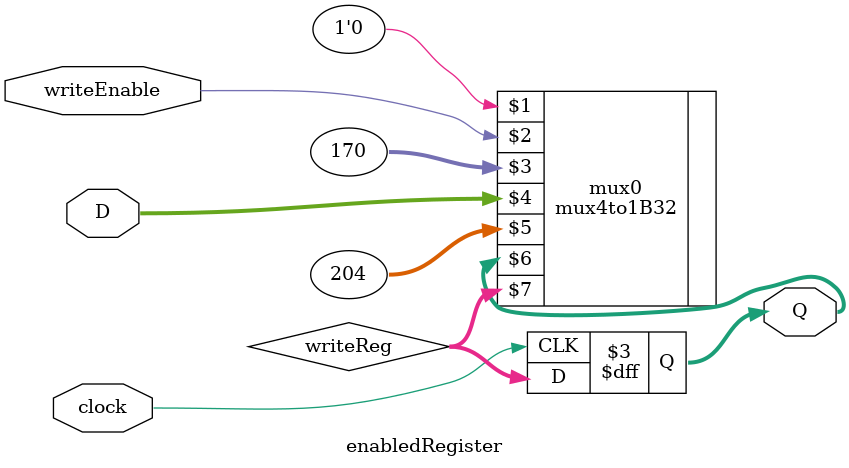
<source format=sv>
module enabledRegister(input logic [31:0] D, output logic [31:0] Q, 
	input logic clock, input logic writeEnable);
	
   // This initializes the register to 0.  This is cheating - it doesn't turn into hardware and would not
   // work in hardware, but it simplifies simulation
   
   initial
     begin
     Q = 32'b0;
     end
	
   logic [31:0]     writeReg;
    
// the always clause that follows happens on the positve edge of the clock

   mux4to1B32 mux0(1'b0,writeEnable,32'b10101010,D,32'b11001100,Q,writeReg);

   always @ (posedge clock)
     begin
	Q = writeReg;
     end

	
   
endmodule
</source>
